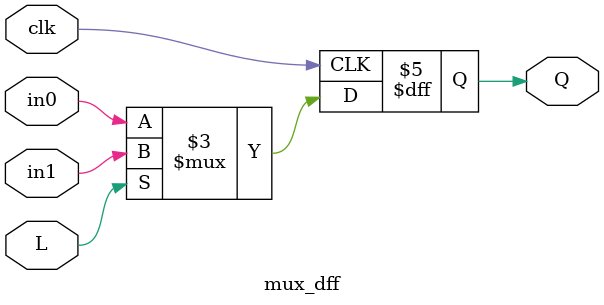
<source format=v>
module top_module (
	input [2:0] SW,      // R
	input [1:0] KEY,     // L and clk
	output [2:0] LEDR);  // Q

    mux_dff md0 (
        .in0(LEDR[2]),
        .in1(SW[0]),
        .L(KEY[1]),
        .clk(KEY[0]),
        .Q(LEDR[0])
    );

    mux_dff md1 (
        .in0(LEDR[0]),
        .in1(SW[1]),
        .L(KEY[1]),
        .clk(KEY[0]),
        .Q(LEDR[1])
    );

    
    mux_dff md2 (
        .in0(LEDR[2] ^ LEDR[1]),
        .in1(SW[2]),
        .L(KEY[1]),
        .clk(KEY[0]),
        .Q(LEDR[2])
    );

endmodule

module mux_dff (
    input in0,
    input in1,
    input L,
    input clk,
    output Q
);

    always @(posedge clk) begin
        if (L) begin
            Q <= in1;
        end
        else begin
            Q <= in0;
        end
    end

endmodule
</source>
